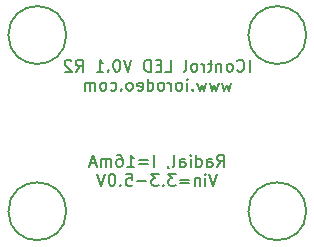
<source format=gbo>
%TF.GenerationSoftware,KiCad,Pcbnew,7.0.8-7.0.8~ubuntu22.04.1*%
%TF.CreationDate,2023-11-26T12:39:26-08:00*%
%TF.ProjectId,radial_16mA,72616469-616c-45f3-9136-6d412e6b6963,rev?*%
%TF.SameCoordinates,Original*%
%TF.FileFunction,Legend,Bot*%
%TF.FilePolarity,Positive*%
%FSLAX46Y46*%
G04 Gerber Fmt 4.6, Leading zero omitted, Abs format (unit mm)*
G04 Created by KiCad (PCBNEW 7.0.8-7.0.8~ubuntu22.04.1) date 2023-11-26 12:39:26*
%MOMM*%
%LPD*%
G01*
G04 APERTURE LIST*
%ADD10C,0.150000*%
G04 APERTURE END LIST*
D10*
X70509524Y-55634819D02*
X70509524Y-54634819D01*
X69461906Y-55539580D02*
X69509525Y-55587200D01*
X69509525Y-55587200D02*
X69652382Y-55634819D01*
X69652382Y-55634819D02*
X69747620Y-55634819D01*
X69747620Y-55634819D02*
X69890477Y-55587200D01*
X69890477Y-55587200D02*
X69985715Y-55491961D01*
X69985715Y-55491961D02*
X70033334Y-55396723D01*
X70033334Y-55396723D02*
X70080953Y-55206247D01*
X70080953Y-55206247D02*
X70080953Y-55063390D01*
X70080953Y-55063390D02*
X70033334Y-54872914D01*
X70033334Y-54872914D02*
X69985715Y-54777676D01*
X69985715Y-54777676D02*
X69890477Y-54682438D01*
X69890477Y-54682438D02*
X69747620Y-54634819D01*
X69747620Y-54634819D02*
X69652382Y-54634819D01*
X69652382Y-54634819D02*
X69509525Y-54682438D01*
X69509525Y-54682438D02*
X69461906Y-54730057D01*
X68890477Y-55634819D02*
X68985715Y-55587200D01*
X68985715Y-55587200D02*
X69033334Y-55539580D01*
X69033334Y-55539580D02*
X69080953Y-55444342D01*
X69080953Y-55444342D02*
X69080953Y-55158628D01*
X69080953Y-55158628D02*
X69033334Y-55063390D01*
X69033334Y-55063390D02*
X68985715Y-55015771D01*
X68985715Y-55015771D02*
X68890477Y-54968152D01*
X68890477Y-54968152D02*
X68747620Y-54968152D01*
X68747620Y-54968152D02*
X68652382Y-55015771D01*
X68652382Y-55015771D02*
X68604763Y-55063390D01*
X68604763Y-55063390D02*
X68557144Y-55158628D01*
X68557144Y-55158628D02*
X68557144Y-55444342D01*
X68557144Y-55444342D02*
X68604763Y-55539580D01*
X68604763Y-55539580D02*
X68652382Y-55587200D01*
X68652382Y-55587200D02*
X68747620Y-55634819D01*
X68747620Y-55634819D02*
X68890477Y-55634819D01*
X68128572Y-54968152D02*
X68128572Y-55634819D01*
X68128572Y-55063390D02*
X68080953Y-55015771D01*
X68080953Y-55015771D02*
X67985715Y-54968152D01*
X67985715Y-54968152D02*
X67842858Y-54968152D01*
X67842858Y-54968152D02*
X67747620Y-55015771D01*
X67747620Y-55015771D02*
X67700001Y-55111009D01*
X67700001Y-55111009D02*
X67700001Y-55634819D01*
X67366667Y-54968152D02*
X66985715Y-54968152D01*
X67223810Y-54634819D02*
X67223810Y-55491961D01*
X67223810Y-55491961D02*
X67176191Y-55587200D01*
X67176191Y-55587200D02*
X67080953Y-55634819D01*
X67080953Y-55634819D02*
X66985715Y-55634819D01*
X66652381Y-55634819D02*
X66652381Y-54968152D01*
X66652381Y-55158628D02*
X66604762Y-55063390D01*
X66604762Y-55063390D02*
X66557143Y-55015771D01*
X66557143Y-55015771D02*
X66461905Y-54968152D01*
X66461905Y-54968152D02*
X66366667Y-54968152D01*
X65890476Y-55634819D02*
X65985714Y-55587200D01*
X65985714Y-55587200D02*
X66033333Y-55539580D01*
X66033333Y-55539580D02*
X66080952Y-55444342D01*
X66080952Y-55444342D02*
X66080952Y-55158628D01*
X66080952Y-55158628D02*
X66033333Y-55063390D01*
X66033333Y-55063390D02*
X65985714Y-55015771D01*
X65985714Y-55015771D02*
X65890476Y-54968152D01*
X65890476Y-54968152D02*
X65747619Y-54968152D01*
X65747619Y-54968152D02*
X65652381Y-55015771D01*
X65652381Y-55015771D02*
X65604762Y-55063390D01*
X65604762Y-55063390D02*
X65557143Y-55158628D01*
X65557143Y-55158628D02*
X65557143Y-55444342D01*
X65557143Y-55444342D02*
X65604762Y-55539580D01*
X65604762Y-55539580D02*
X65652381Y-55587200D01*
X65652381Y-55587200D02*
X65747619Y-55634819D01*
X65747619Y-55634819D02*
X65890476Y-55634819D01*
X64985714Y-55634819D02*
X65080952Y-55587200D01*
X65080952Y-55587200D02*
X65128571Y-55491961D01*
X65128571Y-55491961D02*
X65128571Y-54634819D01*
X63366666Y-55634819D02*
X63842856Y-55634819D01*
X63842856Y-55634819D02*
X63842856Y-54634819D01*
X63033332Y-55111009D02*
X62699999Y-55111009D01*
X62557142Y-55634819D02*
X63033332Y-55634819D01*
X63033332Y-55634819D02*
X63033332Y-54634819D01*
X63033332Y-54634819D02*
X62557142Y-54634819D01*
X62128570Y-55634819D02*
X62128570Y-54634819D01*
X62128570Y-54634819D02*
X61890475Y-54634819D01*
X61890475Y-54634819D02*
X61747618Y-54682438D01*
X61747618Y-54682438D02*
X61652380Y-54777676D01*
X61652380Y-54777676D02*
X61604761Y-54872914D01*
X61604761Y-54872914D02*
X61557142Y-55063390D01*
X61557142Y-55063390D02*
X61557142Y-55206247D01*
X61557142Y-55206247D02*
X61604761Y-55396723D01*
X61604761Y-55396723D02*
X61652380Y-55491961D01*
X61652380Y-55491961D02*
X61747618Y-55587200D01*
X61747618Y-55587200D02*
X61890475Y-55634819D01*
X61890475Y-55634819D02*
X62128570Y-55634819D01*
X60509522Y-54634819D02*
X60176189Y-55634819D01*
X60176189Y-55634819D02*
X59842856Y-54634819D01*
X59319046Y-54634819D02*
X59223808Y-54634819D01*
X59223808Y-54634819D02*
X59128570Y-54682438D01*
X59128570Y-54682438D02*
X59080951Y-54730057D01*
X59080951Y-54730057D02*
X59033332Y-54825295D01*
X59033332Y-54825295D02*
X58985713Y-55015771D01*
X58985713Y-55015771D02*
X58985713Y-55253866D01*
X58985713Y-55253866D02*
X59033332Y-55444342D01*
X59033332Y-55444342D02*
X59080951Y-55539580D01*
X59080951Y-55539580D02*
X59128570Y-55587200D01*
X59128570Y-55587200D02*
X59223808Y-55634819D01*
X59223808Y-55634819D02*
X59319046Y-55634819D01*
X59319046Y-55634819D02*
X59414284Y-55587200D01*
X59414284Y-55587200D02*
X59461903Y-55539580D01*
X59461903Y-55539580D02*
X59509522Y-55444342D01*
X59509522Y-55444342D02*
X59557141Y-55253866D01*
X59557141Y-55253866D02*
X59557141Y-55015771D01*
X59557141Y-55015771D02*
X59509522Y-54825295D01*
X59509522Y-54825295D02*
X59461903Y-54730057D01*
X59461903Y-54730057D02*
X59414284Y-54682438D01*
X59414284Y-54682438D02*
X59319046Y-54634819D01*
X58557141Y-55539580D02*
X58509522Y-55587200D01*
X58509522Y-55587200D02*
X58557141Y-55634819D01*
X58557141Y-55634819D02*
X58604760Y-55587200D01*
X58604760Y-55587200D02*
X58557141Y-55539580D01*
X58557141Y-55539580D02*
X58557141Y-55634819D01*
X57557142Y-55634819D02*
X58128570Y-55634819D01*
X57842856Y-55634819D02*
X57842856Y-54634819D01*
X57842856Y-54634819D02*
X57938094Y-54777676D01*
X57938094Y-54777676D02*
X58033332Y-54872914D01*
X58033332Y-54872914D02*
X58128570Y-54920533D01*
X55795237Y-55634819D02*
X56128570Y-55158628D01*
X56366665Y-55634819D02*
X56366665Y-54634819D01*
X56366665Y-54634819D02*
X55985713Y-54634819D01*
X55985713Y-54634819D02*
X55890475Y-54682438D01*
X55890475Y-54682438D02*
X55842856Y-54730057D01*
X55842856Y-54730057D02*
X55795237Y-54825295D01*
X55795237Y-54825295D02*
X55795237Y-54968152D01*
X55795237Y-54968152D02*
X55842856Y-55063390D01*
X55842856Y-55063390D02*
X55890475Y-55111009D01*
X55890475Y-55111009D02*
X55985713Y-55158628D01*
X55985713Y-55158628D02*
X56366665Y-55158628D01*
X55414284Y-54730057D02*
X55366665Y-54682438D01*
X55366665Y-54682438D02*
X55271427Y-54634819D01*
X55271427Y-54634819D02*
X55033332Y-54634819D01*
X55033332Y-54634819D02*
X54938094Y-54682438D01*
X54938094Y-54682438D02*
X54890475Y-54730057D01*
X54890475Y-54730057D02*
X54842856Y-54825295D01*
X54842856Y-54825295D02*
X54842856Y-54920533D01*
X54842856Y-54920533D02*
X54890475Y-55063390D01*
X54890475Y-55063390D02*
X55461903Y-55634819D01*
X55461903Y-55634819D02*
X54842856Y-55634819D01*
X68938094Y-56578152D02*
X68747618Y-57244819D01*
X68747618Y-57244819D02*
X68557142Y-56768628D01*
X68557142Y-56768628D02*
X68366666Y-57244819D01*
X68366666Y-57244819D02*
X68176190Y-56578152D01*
X67890475Y-56578152D02*
X67699999Y-57244819D01*
X67699999Y-57244819D02*
X67509523Y-56768628D01*
X67509523Y-56768628D02*
X67319047Y-57244819D01*
X67319047Y-57244819D02*
X67128571Y-56578152D01*
X66842856Y-56578152D02*
X66652380Y-57244819D01*
X66652380Y-57244819D02*
X66461904Y-56768628D01*
X66461904Y-56768628D02*
X66271428Y-57244819D01*
X66271428Y-57244819D02*
X66080952Y-56578152D01*
X65699999Y-57149580D02*
X65652380Y-57197200D01*
X65652380Y-57197200D02*
X65699999Y-57244819D01*
X65699999Y-57244819D02*
X65747618Y-57197200D01*
X65747618Y-57197200D02*
X65699999Y-57149580D01*
X65699999Y-57149580D02*
X65699999Y-57244819D01*
X65223809Y-57244819D02*
X65223809Y-56578152D01*
X65223809Y-56244819D02*
X65271428Y-56292438D01*
X65271428Y-56292438D02*
X65223809Y-56340057D01*
X65223809Y-56340057D02*
X65176190Y-56292438D01*
X65176190Y-56292438D02*
X65223809Y-56244819D01*
X65223809Y-56244819D02*
X65223809Y-56340057D01*
X64604762Y-57244819D02*
X64700000Y-57197200D01*
X64700000Y-57197200D02*
X64747619Y-57149580D01*
X64747619Y-57149580D02*
X64795238Y-57054342D01*
X64795238Y-57054342D02*
X64795238Y-56768628D01*
X64795238Y-56768628D02*
X64747619Y-56673390D01*
X64747619Y-56673390D02*
X64700000Y-56625771D01*
X64700000Y-56625771D02*
X64604762Y-56578152D01*
X64604762Y-56578152D02*
X64461905Y-56578152D01*
X64461905Y-56578152D02*
X64366667Y-56625771D01*
X64366667Y-56625771D02*
X64319048Y-56673390D01*
X64319048Y-56673390D02*
X64271429Y-56768628D01*
X64271429Y-56768628D02*
X64271429Y-57054342D01*
X64271429Y-57054342D02*
X64319048Y-57149580D01*
X64319048Y-57149580D02*
X64366667Y-57197200D01*
X64366667Y-57197200D02*
X64461905Y-57244819D01*
X64461905Y-57244819D02*
X64604762Y-57244819D01*
X63842857Y-57244819D02*
X63842857Y-56578152D01*
X63842857Y-56768628D02*
X63795238Y-56673390D01*
X63795238Y-56673390D02*
X63747619Y-56625771D01*
X63747619Y-56625771D02*
X63652381Y-56578152D01*
X63652381Y-56578152D02*
X63557143Y-56578152D01*
X63080952Y-57244819D02*
X63176190Y-57197200D01*
X63176190Y-57197200D02*
X63223809Y-57149580D01*
X63223809Y-57149580D02*
X63271428Y-57054342D01*
X63271428Y-57054342D02*
X63271428Y-56768628D01*
X63271428Y-56768628D02*
X63223809Y-56673390D01*
X63223809Y-56673390D02*
X63176190Y-56625771D01*
X63176190Y-56625771D02*
X63080952Y-56578152D01*
X63080952Y-56578152D02*
X62938095Y-56578152D01*
X62938095Y-56578152D02*
X62842857Y-56625771D01*
X62842857Y-56625771D02*
X62795238Y-56673390D01*
X62795238Y-56673390D02*
X62747619Y-56768628D01*
X62747619Y-56768628D02*
X62747619Y-57054342D01*
X62747619Y-57054342D02*
X62795238Y-57149580D01*
X62795238Y-57149580D02*
X62842857Y-57197200D01*
X62842857Y-57197200D02*
X62938095Y-57244819D01*
X62938095Y-57244819D02*
X63080952Y-57244819D01*
X61890476Y-57244819D02*
X61890476Y-56244819D01*
X61890476Y-57197200D02*
X61985714Y-57244819D01*
X61985714Y-57244819D02*
X62176190Y-57244819D01*
X62176190Y-57244819D02*
X62271428Y-57197200D01*
X62271428Y-57197200D02*
X62319047Y-57149580D01*
X62319047Y-57149580D02*
X62366666Y-57054342D01*
X62366666Y-57054342D02*
X62366666Y-56768628D01*
X62366666Y-56768628D02*
X62319047Y-56673390D01*
X62319047Y-56673390D02*
X62271428Y-56625771D01*
X62271428Y-56625771D02*
X62176190Y-56578152D01*
X62176190Y-56578152D02*
X61985714Y-56578152D01*
X61985714Y-56578152D02*
X61890476Y-56625771D01*
X61033333Y-57197200D02*
X61128571Y-57244819D01*
X61128571Y-57244819D02*
X61319047Y-57244819D01*
X61319047Y-57244819D02*
X61414285Y-57197200D01*
X61414285Y-57197200D02*
X61461904Y-57101961D01*
X61461904Y-57101961D02*
X61461904Y-56721009D01*
X61461904Y-56721009D02*
X61414285Y-56625771D01*
X61414285Y-56625771D02*
X61319047Y-56578152D01*
X61319047Y-56578152D02*
X61128571Y-56578152D01*
X61128571Y-56578152D02*
X61033333Y-56625771D01*
X61033333Y-56625771D02*
X60985714Y-56721009D01*
X60985714Y-56721009D02*
X60985714Y-56816247D01*
X60985714Y-56816247D02*
X61461904Y-56911485D01*
X60414285Y-57244819D02*
X60509523Y-57197200D01*
X60509523Y-57197200D02*
X60557142Y-57149580D01*
X60557142Y-57149580D02*
X60604761Y-57054342D01*
X60604761Y-57054342D02*
X60604761Y-56768628D01*
X60604761Y-56768628D02*
X60557142Y-56673390D01*
X60557142Y-56673390D02*
X60509523Y-56625771D01*
X60509523Y-56625771D02*
X60414285Y-56578152D01*
X60414285Y-56578152D02*
X60271428Y-56578152D01*
X60271428Y-56578152D02*
X60176190Y-56625771D01*
X60176190Y-56625771D02*
X60128571Y-56673390D01*
X60128571Y-56673390D02*
X60080952Y-56768628D01*
X60080952Y-56768628D02*
X60080952Y-57054342D01*
X60080952Y-57054342D02*
X60128571Y-57149580D01*
X60128571Y-57149580D02*
X60176190Y-57197200D01*
X60176190Y-57197200D02*
X60271428Y-57244819D01*
X60271428Y-57244819D02*
X60414285Y-57244819D01*
X59652380Y-57149580D02*
X59604761Y-57197200D01*
X59604761Y-57197200D02*
X59652380Y-57244819D01*
X59652380Y-57244819D02*
X59699999Y-57197200D01*
X59699999Y-57197200D02*
X59652380Y-57149580D01*
X59652380Y-57149580D02*
X59652380Y-57244819D01*
X58747619Y-57197200D02*
X58842857Y-57244819D01*
X58842857Y-57244819D02*
X59033333Y-57244819D01*
X59033333Y-57244819D02*
X59128571Y-57197200D01*
X59128571Y-57197200D02*
X59176190Y-57149580D01*
X59176190Y-57149580D02*
X59223809Y-57054342D01*
X59223809Y-57054342D02*
X59223809Y-56768628D01*
X59223809Y-56768628D02*
X59176190Y-56673390D01*
X59176190Y-56673390D02*
X59128571Y-56625771D01*
X59128571Y-56625771D02*
X59033333Y-56578152D01*
X59033333Y-56578152D02*
X58842857Y-56578152D01*
X58842857Y-56578152D02*
X58747619Y-56625771D01*
X58176190Y-57244819D02*
X58271428Y-57197200D01*
X58271428Y-57197200D02*
X58319047Y-57149580D01*
X58319047Y-57149580D02*
X58366666Y-57054342D01*
X58366666Y-57054342D02*
X58366666Y-56768628D01*
X58366666Y-56768628D02*
X58319047Y-56673390D01*
X58319047Y-56673390D02*
X58271428Y-56625771D01*
X58271428Y-56625771D02*
X58176190Y-56578152D01*
X58176190Y-56578152D02*
X58033333Y-56578152D01*
X58033333Y-56578152D02*
X57938095Y-56625771D01*
X57938095Y-56625771D02*
X57890476Y-56673390D01*
X57890476Y-56673390D02*
X57842857Y-56768628D01*
X57842857Y-56768628D02*
X57842857Y-57054342D01*
X57842857Y-57054342D02*
X57890476Y-57149580D01*
X57890476Y-57149580D02*
X57938095Y-57197200D01*
X57938095Y-57197200D02*
X58033333Y-57244819D01*
X58033333Y-57244819D02*
X58176190Y-57244819D01*
X57414285Y-57244819D02*
X57414285Y-56578152D01*
X57414285Y-56673390D02*
X57366666Y-56625771D01*
X57366666Y-56625771D02*
X57271428Y-56578152D01*
X57271428Y-56578152D02*
X57128571Y-56578152D01*
X57128571Y-56578152D02*
X57033333Y-56625771D01*
X57033333Y-56625771D02*
X56985714Y-56721009D01*
X56985714Y-56721009D02*
X56985714Y-57244819D01*
X56985714Y-56721009D02*
X56938095Y-56625771D01*
X56938095Y-56625771D02*
X56842857Y-56578152D01*
X56842857Y-56578152D02*
X56700000Y-56578152D01*
X56700000Y-56578152D02*
X56604761Y-56625771D01*
X56604761Y-56625771D02*
X56557142Y-56721009D01*
X56557142Y-56721009D02*
X56557142Y-57244819D01*
X67771428Y-63684819D02*
X68104761Y-63208628D01*
X68342856Y-63684819D02*
X68342856Y-62684819D01*
X68342856Y-62684819D02*
X67961904Y-62684819D01*
X67961904Y-62684819D02*
X67866666Y-62732438D01*
X67866666Y-62732438D02*
X67819047Y-62780057D01*
X67819047Y-62780057D02*
X67771428Y-62875295D01*
X67771428Y-62875295D02*
X67771428Y-63018152D01*
X67771428Y-63018152D02*
X67819047Y-63113390D01*
X67819047Y-63113390D02*
X67866666Y-63161009D01*
X67866666Y-63161009D02*
X67961904Y-63208628D01*
X67961904Y-63208628D02*
X68342856Y-63208628D01*
X66914285Y-63684819D02*
X66914285Y-63161009D01*
X66914285Y-63161009D02*
X66961904Y-63065771D01*
X66961904Y-63065771D02*
X67057142Y-63018152D01*
X67057142Y-63018152D02*
X67247618Y-63018152D01*
X67247618Y-63018152D02*
X67342856Y-63065771D01*
X66914285Y-63637200D02*
X67009523Y-63684819D01*
X67009523Y-63684819D02*
X67247618Y-63684819D01*
X67247618Y-63684819D02*
X67342856Y-63637200D01*
X67342856Y-63637200D02*
X67390475Y-63541961D01*
X67390475Y-63541961D02*
X67390475Y-63446723D01*
X67390475Y-63446723D02*
X67342856Y-63351485D01*
X67342856Y-63351485D02*
X67247618Y-63303866D01*
X67247618Y-63303866D02*
X67009523Y-63303866D01*
X67009523Y-63303866D02*
X66914285Y-63256247D01*
X66009523Y-63684819D02*
X66009523Y-62684819D01*
X66009523Y-63637200D02*
X66104761Y-63684819D01*
X66104761Y-63684819D02*
X66295237Y-63684819D01*
X66295237Y-63684819D02*
X66390475Y-63637200D01*
X66390475Y-63637200D02*
X66438094Y-63589580D01*
X66438094Y-63589580D02*
X66485713Y-63494342D01*
X66485713Y-63494342D02*
X66485713Y-63208628D01*
X66485713Y-63208628D02*
X66438094Y-63113390D01*
X66438094Y-63113390D02*
X66390475Y-63065771D01*
X66390475Y-63065771D02*
X66295237Y-63018152D01*
X66295237Y-63018152D02*
X66104761Y-63018152D01*
X66104761Y-63018152D02*
X66009523Y-63065771D01*
X65533332Y-63684819D02*
X65533332Y-63018152D01*
X65533332Y-62684819D02*
X65580951Y-62732438D01*
X65580951Y-62732438D02*
X65533332Y-62780057D01*
X65533332Y-62780057D02*
X65485713Y-62732438D01*
X65485713Y-62732438D02*
X65533332Y-62684819D01*
X65533332Y-62684819D02*
X65533332Y-62780057D01*
X64628571Y-63684819D02*
X64628571Y-63161009D01*
X64628571Y-63161009D02*
X64676190Y-63065771D01*
X64676190Y-63065771D02*
X64771428Y-63018152D01*
X64771428Y-63018152D02*
X64961904Y-63018152D01*
X64961904Y-63018152D02*
X65057142Y-63065771D01*
X64628571Y-63637200D02*
X64723809Y-63684819D01*
X64723809Y-63684819D02*
X64961904Y-63684819D01*
X64961904Y-63684819D02*
X65057142Y-63637200D01*
X65057142Y-63637200D02*
X65104761Y-63541961D01*
X65104761Y-63541961D02*
X65104761Y-63446723D01*
X65104761Y-63446723D02*
X65057142Y-63351485D01*
X65057142Y-63351485D02*
X64961904Y-63303866D01*
X64961904Y-63303866D02*
X64723809Y-63303866D01*
X64723809Y-63303866D02*
X64628571Y-63256247D01*
X64009523Y-63684819D02*
X64104761Y-63637200D01*
X64104761Y-63637200D02*
X64152380Y-63541961D01*
X64152380Y-63541961D02*
X64152380Y-62684819D01*
X63580951Y-63637200D02*
X63580951Y-63684819D01*
X63580951Y-63684819D02*
X63628570Y-63780057D01*
X63628570Y-63780057D02*
X63676189Y-63827676D01*
X62390475Y-63684819D02*
X62390475Y-62684819D01*
X61914285Y-63161009D02*
X61152381Y-63161009D01*
X61152381Y-63446723D02*
X61914285Y-63446723D01*
X60152381Y-63684819D02*
X60723809Y-63684819D01*
X60438095Y-63684819D02*
X60438095Y-62684819D01*
X60438095Y-62684819D02*
X60533333Y-62827676D01*
X60533333Y-62827676D02*
X60628571Y-62922914D01*
X60628571Y-62922914D02*
X60723809Y-62970533D01*
X59295238Y-62684819D02*
X59485714Y-62684819D01*
X59485714Y-62684819D02*
X59580952Y-62732438D01*
X59580952Y-62732438D02*
X59628571Y-62780057D01*
X59628571Y-62780057D02*
X59723809Y-62922914D01*
X59723809Y-62922914D02*
X59771428Y-63113390D01*
X59771428Y-63113390D02*
X59771428Y-63494342D01*
X59771428Y-63494342D02*
X59723809Y-63589580D01*
X59723809Y-63589580D02*
X59676190Y-63637200D01*
X59676190Y-63637200D02*
X59580952Y-63684819D01*
X59580952Y-63684819D02*
X59390476Y-63684819D01*
X59390476Y-63684819D02*
X59295238Y-63637200D01*
X59295238Y-63637200D02*
X59247619Y-63589580D01*
X59247619Y-63589580D02*
X59200000Y-63494342D01*
X59200000Y-63494342D02*
X59200000Y-63256247D01*
X59200000Y-63256247D02*
X59247619Y-63161009D01*
X59247619Y-63161009D02*
X59295238Y-63113390D01*
X59295238Y-63113390D02*
X59390476Y-63065771D01*
X59390476Y-63065771D02*
X59580952Y-63065771D01*
X59580952Y-63065771D02*
X59676190Y-63113390D01*
X59676190Y-63113390D02*
X59723809Y-63161009D01*
X59723809Y-63161009D02*
X59771428Y-63256247D01*
X58771428Y-63684819D02*
X58771428Y-63018152D01*
X58771428Y-63113390D02*
X58723809Y-63065771D01*
X58723809Y-63065771D02*
X58628571Y-63018152D01*
X58628571Y-63018152D02*
X58485714Y-63018152D01*
X58485714Y-63018152D02*
X58390476Y-63065771D01*
X58390476Y-63065771D02*
X58342857Y-63161009D01*
X58342857Y-63161009D02*
X58342857Y-63684819D01*
X58342857Y-63161009D02*
X58295238Y-63065771D01*
X58295238Y-63065771D02*
X58200000Y-63018152D01*
X58200000Y-63018152D02*
X58057143Y-63018152D01*
X58057143Y-63018152D02*
X57961904Y-63065771D01*
X57961904Y-63065771D02*
X57914285Y-63161009D01*
X57914285Y-63161009D02*
X57914285Y-63684819D01*
X57485714Y-63399104D02*
X57009524Y-63399104D01*
X57580952Y-63684819D02*
X57247619Y-62684819D01*
X57247619Y-62684819D02*
X56914286Y-63684819D01*
X67771427Y-64294819D02*
X67438094Y-65294819D01*
X67438094Y-65294819D02*
X67104761Y-64294819D01*
X66771427Y-65294819D02*
X66771427Y-64628152D01*
X66771427Y-64294819D02*
X66819046Y-64342438D01*
X66819046Y-64342438D02*
X66771427Y-64390057D01*
X66771427Y-64390057D02*
X66723808Y-64342438D01*
X66723808Y-64342438D02*
X66771427Y-64294819D01*
X66771427Y-64294819D02*
X66771427Y-64390057D01*
X66295237Y-64628152D02*
X66295237Y-65294819D01*
X66295237Y-64723390D02*
X66247618Y-64675771D01*
X66247618Y-64675771D02*
X66152380Y-64628152D01*
X66152380Y-64628152D02*
X66009523Y-64628152D01*
X66009523Y-64628152D02*
X65914285Y-64675771D01*
X65914285Y-64675771D02*
X65866666Y-64771009D01*
X65866666Y-64771009D02*
X65866666Y-65294819D01*
X65390475Y-64771009D02*
X64628571Y-64771009D01*
X64628571Y-65056723D02*
X65390475Y-65056723D01*
X64247618Y-64294819D02*
X63628571Y-64294819D01*
X63628571Y-64294819D02*
X63961904Y-64675771D01*
X63961904Y-64675771D02*
X63819047Y-64675771D01*
X63819047Y-64675771D02*
X63723809Y-64723390D01*
X63723809Y-64723390D02*
X63676190Y-64771009D01*
X63676190Y-64771009D02*
X63628571Y-64866247D01*
X63628571Y-64866247D02*
X63628571Y-65104342D01*
X63628571Y-65104342D02*
X63676190Y-65199580D01*
X63676190Y-65199580D02*
X63723809Y-65247200D01*
X63723809Y-65247200D02*
X63819047Y-65294819D01*
X63819047Y-65294819D02*
X64104761Y-65294819D01*
X64104761Y-65294819D02*
X64199999Y-65247200D01*
X64199999Y-65247200D02*
X64247618Y-65199580D01*
X63199999Y-65199580D02*
X63152380Y-65247200D01*
X63152380Y-65247200D02*
X63199999Y-65294819D01*
X63199999Y-65294819D02*
X63247618Y-65247200D01*
X63247618Y-65247200D02*
X63199999Y-65199580D01*
X63199999Y-65199580D02*
X63199999Y-65294819D01*
X62819047Y-64294819D02*
X62200000Y-64294819D01*
X62200000Y-64294819D02*
X62533333Y-64675771D01*
X62533333Y-64675771D02*
X62390476Y-64675771D01*
X62390476Y-64675771D02*
X62295238Y-64723390D01*
X62295238Y-64723390D02*
X62247619Y-64771009D01*
X62247619Y-64771009D02*
X62200000Y-64866247D01*
X62200000Y-64866247D02*
X62200000Y-65104342D01*
X62200000Y-65104342D02*
X62247619Y-65199580D01*
X62247619Y-65199580D02*
X62295238Y-65247200D01*
X62295238Y-65247200D02*
X62390476Y-65294819D01*
X62390476Y-65294819D02*
X62676190Y-65294819D01*
X62676190Y-65294819D02*
X62771428Y-65247200D01*
X62771428Y-65247200D02*
X62819047Y-65199580D01*
X61771428Y-64913866D02*
X61009524Y-64913866D01*
X60057143Y-64294819D02*
X60533333Y-64294819D01*
X60533333Y-64294819D02*
X60580952Y-64771009D01*
X60580952Y-64771009D02*
X60533333Y-64723390D01*
X60533333Y-64723390D02*
X60438095Y-64675771D01*
X60438095Y-64675771D02*
X60200000Y-64675771D01*
X60200000Y-64675771D02*
X60104762Y-64723390D01*
X60104762Y-64723390D02*
X60057143Y-64771009D01*
X60057143Y-64771009D02*
X60009524Y-64866247D01*
X60009524Y-64866247D02*
X60009524Y-65104342D01*
X60009524Y-65104342D02*
X60057143Y-65199580D01*
X60057143Y-65199580D02*
X60104762Y-65247200D01*
X60104762Y-65247200D02*
X60200000Y-65294819D01*
X60200000Y-65294819D02*
X60438095Y-65294819D01*
X60438095Y-65294819D02*
X60533333Y-65247200D01*
X60533333Y-65247200D02*
X60580952Y-65199580D01*
X59580952Y-65199580D02*
X59533333Y-65247200D01*
X59533333Y-65247200D02*
X59580952Y-65294819D01*
X59580952Y-65294819D02*
X59628571Y-65247200D01*
X59628571Y-65247200D02*
X59580952Y-65199580D01*
X59580952Y-65199580D02*
X59580952Y-65294819D01*
X58914286Y-64294819D02*
X58819048Y-64294819D01*
X58819048Y-64294819D02*
X58723810Y-64342438D01*
X58723810Y-64342438D02*
X58676191Y-64390057D01*
X58676191Y-64390057D02*
X58628572Y-64485295D01*
X58628572Y-64485295D02*
X58580953Y-64675771D01*
X58580953Y-64675771D02*
X58580953Y-64913866D01*
X58580953Y-64913866D02*
X58628572Y-65104342D01*
X58628572Y-65104342D02*
X58676191Y-65199580D01*
X58676191Y-65199580D02*
X58723810Y-65247200D01*
X58723810Y-65247200D02*
X58819048Y-65294819D01*
X58819048Y-65294819D02*
X58914286Y-65294819D01*
X58914286Y-65294819D02*
X59009524Y-65247200D01*
X59009524Y-65247200D02*
X59057143Y-65199580D01*
X59057143Y-65199580D02*
X59104762Y-65104342D01*
X59104762Y-65104342D02*
X59152381Y-64913866D01*
X59152381Y-64913866D02*
X59152381Y-64675771D01*
X59152381Y-64675771D02*
X59104762Y-64485295D01*
X59104762Y-64485295D02*
X59057143Y-64390057D01*
X59057143Y-64390057D02*
X59009524Y-64342438D01*
X59009524Y-64342438D02*
X58914286Y-64294819D01*
X58295238Y-64294819D02*
X57961905Y-65294819D01*
X57961905Y-65294819D02*
X57628572Y-64294819D01*
%TO.C,M1*%
X54990000Y-52540000D02*
G75*
G03*
X54990000Y-52540000I-2450000J0D01*
G01*
%TO.C,M2*%
X75310000Y-52540000D02*
G75*
G03*
X75310000Y-52540000I-2450000J0D01*
G01*
%TO.C,M3*%
X75310000Y-67460000D02*
G75*
G03*
X75310000Y-67460000I-2450000J0D01*
G01*
%TO.C,M4*%
X54990000Y-67460000D02*
G75*
G03*
X54990000Y-67460000I-2450000J0D01*
G01*
%TD*%
M02*

</source>
